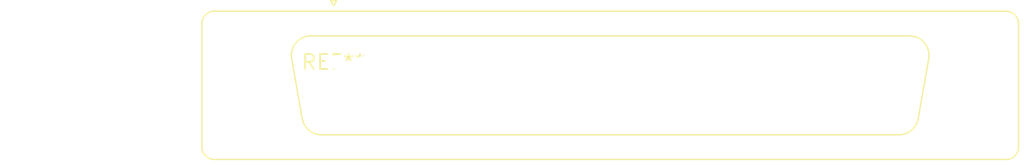
<source format=kicad_pcb>
(kicad_pcb (version 20240108) (generator pcbnew)
  (layers (0 "F.Cu" signal) (31 "B.Cu" signal) (34 "B.Paste" user) (35 "F.Paste" user) (36 "B.SilkS" user "B.Silkscreen") (37 "F.SilkS" user "F.Silkscreen") (38 "B.Mask" user) (39 "F.Mask" user) (44 "Edge.Cuts" user))
  (net 0 "")
  (footprint "DSUB-62-HD_Male_Vertical_P2.41x1.98mm_MountingHoles" (layer "F.Cu") (at 0 0)
    (property "Reference" "REF**")
    (property "Value" "DSUB-62-HD_Male_Vertical_P2.41x1.98mm_MountingHoles")
    (fp_line (start -11.215 7.23) (end -11.215 -3.27) (layer "F.SilkS") (stroke (width 0.12)))
    (fp_line (start -10.155 -4.33) (end 57.245 -4.33) (layer "F.SilkS") (stroke (width 0.12)))
    (fp_line (start -3.57147 -0.281744) (end -2.672202 4.818256) (layer "F.SilkS") (stroke (width 0.12)))
    (fp_line (start -1.936689 -2.23) (end 49.026689 -2.23) (layer "F.SilkS") (stroke (width 0.12)))
    (fp_line (start -1.037421 6.19) (end 48.127421 6.19) (layer "F.SilkS") (stroke (width 0.12)))
    (fp_line (start -0.25 -5.224338) (end 0.25 -5.224338) (layer "F.SilkS") (stroke (width 0.12)))
    (fp_line (start 0 -4.791325) (end -0.25 -5.224338) (layer "F.SilkS") (stroke (width 0.12)))
    (fp_line (start 0.25 -5.224338) (end 0 -4.791325) (layer "F.SilkS") (stroke (width 0.12)))
    (fp_line (start 50.66147 -0.281744) (end 49.762202 4.818256) (layer "F.SilkS") (stroke (width 0.12)))
    (fp_line (start 57.245 8.29) (end -10.155 8.29) (layer "F.SilkS") (stroke (width 0.12)))
    (fp_line (start 58.305 -3.27) (end 58.305 7.23) (layer "F.SilkS") (stroke (width 0.12)))
    (fp_arc (start -11.215 -3.27) (mid -10.904533 -4.019533) (end -10.155 -4.33) (layer "F.SilkS") (stroke (width 0.12)))
    (fp_arc (start -10.155 8.29) (mid -10.904533 7.979533) (end -11.215 7.23) (layer "F.SilkS") (stroke (width 0.12)))
    (fp_arc (start -3.57147 -0.281744) (mid -3.208323 -1.637028) (end -1.936689 -2.23) (layer "F.SilkS") (stroke (width 0.12)))
    (fp_arc (start -1.037421 6.19) (mid -2.104448 5.801634) (end -2.672202 4.818256) (layer "F.SilkS") (stroke (width 0.12)))
    (fp_arc (start 49.026689 -2.23) (mid 50.298323 -1.637027) (end 50.66147 -0.281744) (layer "F.SilkS") (stroke (width 0.12)))
    (fp_arc (start 49.762202 4.818256) (mid 49.194449 5.801634) (end 48.127421 6.19) (layer "F.SilkS") (stroke (width 0.12)))
    (fp_arc (start 57.245 -4.33) (mid 57.994533 -4.019533) (end 58.305 -3.27) (layer "F.SilkS") (stroke (width 0.12)))
    (fp_arc (start 58.305 7.23) (mid 57.994533 7.979533) (end 57.245 8.29) (layer "F.SilkS") (stroke (width 0.12)))
    (pad "0" thru_hole circle (at -8.205 1.98) (size 4 4) (drill 3.2) (layers *.Cu *.Mask) (remove_unused_layers))
    (pad "0" thru_hole circle (at 55.295 1.98) (size 4 4) (drill 3.2) (layers *.Cu *.Mask) (remove_unused_layers))
    (pad "1" thru_hole rect (at 0 0) (size 1.6 1.6) (drill 1) (layers *.Cu *.Mask) (remove_unused_layers))
    (pad "2" thru_hole circle (at 2.41 0) (size 1.6 1.6) (drill 1) (layers *.Cu *.Mask) (remove_unused_layers))
    (pad "3" thru_hole circle (at 4.82 0) (size 1.6 1.6) (drill 1) (layers *.Cu *.Mask) (remove_unused_layers))
    (pad "4" thru_hole circle (at 7.23 0) (size 1.6 1.6) (drill 1) (layers *.Cu *.Mask) (remove_unused_layers))
    (pad "5" thru_hole circle (at 9.64 0) (size 1.6 1.6) (drill 1) (layers *.Cu *.Mask) (remove_unused_layers))
    (pad "6" thru_hole circle (at 12.05 0) (size 1.6 1.6) (drill 1) (layers *.Cu *.Mask) (remove_unused_layers))
    (pad "7" thru_hole circle (at 14.46 0) (size 1.6 1.6) (drill 1) (layers *.Cu *.Mask) (remove_unused_layers))
    (pad "8" thru_hole circle (at 16.87 0) (size 1.6 1.6) (drill 1) (layers *.Cu *.Mask) (remove_unused_layers))
    (pad "9" thru_hole circle (at 19.28 0) (size 1.6 1.6) (drill 1) (layers *.Cu *.Mask) (remove_unused_layers))
    (pad "10" thru_hole circle (at 21.69 0) (size 1.6 1.6) (drill 1) (layers *.Cu *.Mask) (remove_unused_layers))
    (pad "11" thru_hole circle (at 24.1 0) (size 1.6 1.6) (drill 1) (layers *.Cu *.Mask) (remove_unused_layers))
    (pad "12" thru_hole circle (at 26.51 0) (size 1.6 1.6) (drill 1) (layers *.Cu *.Mask) (remove_unused_layers))
    (pad "13" thru_hole circle (at 28.92 0) (size 1.6 1.6) (drill 1) (layers *.Cu *.Mask) (remove_unused_layers))
    (pad "14" thru_hole circle (at 31.33 0) (size 1.6 1.6) (drill 1) (layers *.Cu *.Mask) (remove_unused_layers))
    (pad "15" thru_hole circle (at 33.74 0) (size 1.6 1.6) (drill 1) (layers *.Cu *.Mask) (remove_unused_layers))
    (pad "16" thru_hole circle (at 36.15 0) (size 1.6 1.6) (drill 1) (layers *.Cu *.Mask) (remove_unused_layers))
    (pad "17" thru_hole circle (at 38.56 0) (size 1.6 1.6) (drill 1) (layers *.Cu *.Mask) (remove_unused_layers))
    (pad "18" thru_hole circle (at 40.97 0) (size 1.6 1.6) (drill 1) (layers *.Cu *.Mask) (remove_unused_layers))
    (pad "19" thru_hole circle (at 43.38 0) (size 1.6 1.6) (drill 1) (layers *.Cu *.Mask) (remove_unused_layers))
    (pad "20" thru_hole circle (at 45.79 0) (size 1.6 1.6) (drill 1) (layers *.Cu *.Mask) (remove_unused_layers))
    (pad "21" thru_hole circle (at 48.2 0) (size 1.6 1.6) (drill 1) (layers *.Cu *.Mask) (remove_unused_layers))
    (pad "22" thru_hole circle (at -1.205 1.98) (size 1.6 1.6) (drill 1) (layers *.Cu *.Mask) (remove_unused_layers))
    (pad "23" thru_hole circle (at 1.205 1.98) (size 1.6 1.6) (drill 1) (layers *.Cu *.Mask) (remove_unused_layers))
    (pad "24" thru_hole circle (at 3.615 1.98) (size 1.6 1.6) (drill 1) (layers *.Cu *.Mask) (remove_unused_layers))
    (pad "25" thru_hole circle (at 6.025 1.98) (size 1.6 1.6) (drill 1) (layers *.Cu *.Mask) (remove_unused_layers))
    (pad "26" thru_hole circle (at 8.435 1.98) (size 1.6 1.6) (drill 1) (layers *.Cu *.Mask) (remove_unused_layers))
    (pad "27" thru_hole circle (at 10.845 1.98) (size 1.6 1.6) (drill 1) (layers *.Cu *.Mask) (remove_unused_layers))
    (pad "28" thru_hole circle (at 13.255 1.98) (size 1.6 1.6) (drill 1) (layers *.Cu *.Mask) (remove_unused_layers))
    (pad "29" thru_hole circle (at 15.665 1.98) (size 1.6 1.6) (drill 1) (layers *.Cu *.Mask) (remove_unused_layers))
    (pad "30" thru_hole circle (at 18.075 1.98) (size 1.6 1.6) (drill 1) (layers *.Cu *.Mask) (remove_unused_layers))
    (pad "31" thru_hole circle (at 20.485 1.98) (size 1.6 1.6) (drill 1) (layers *.Cu *.Mask) (remove_unused_layers))
    (pad "32" thru_hole circle (at 22.895 1.98) (size 1.6 1.6) (drill 1) (layers *.Cu *.Mask) (remove_unused_layers))
    (pad "33" thru_hole circle (at 25.305 1.98) (size 1.6 1.6) (drill 1) (layers *.Cu *.Mask) (remove_unused_layers))
    (pad "34" thru_hole circle (at 27.715 1.98) (size 1.6 1.6) (drill 1) (layers *.Cu *.Mask) (remove_unused_layers))
    (pad "35" thru_hole circle (at 30.125 1.98) (size 1.6 1.6) (drill 1) (layers *.Cu *.Mask) (remove_unused_layers))
    (pad "36" thru_hole circle (at 32.535 1.98) (size 1.6 1.6) (drill 1) (layers *.Cu *.Mask) (remove_unused_layers))
    (pad "37" thru_hole circle (at 34.945 1.98) (size 1.6 1.6) (drill 1) (layers *.Cu *.Mask) (remove_unused_layers))
    (pad "38" thru_hole circle (at 37.355 1.98) (size 1.6 1.6) (drill 1) (layers *.Cu *.Mask) (remove_unused_layers))
    (pad "39" thru_hole circle (at 39.765 1.98) (size 1.6 1.6) (drill 1) (layers *.Cu *.Mask) (remove_unused_layers))
    (pad "40" thru_hole circle (at 42.175 1.98) (size 1.6 1.6) (drill 1) (layers *.Cu *.Mask) (remove_unused_layers))
    (pad "41" thru_hole circle (at 44.585 1.98) (size 1.6 1.6) (drill 1) (layers *.Cu *.Mask) (remove_unused_layers))
    (pad "42" thru_hole circle (at 46.995 1.98) (size 1.6 1.6) (drill 1) (layers *.Cu *.Mask) (remove_unused_layers))
    (pad "43" thru_hole circle (at 0 3.96) (size 1.6 1.6) (drill 1) (layers *.Cu *.Mask) (remove_unused_layers))
    (pad "44" thru_hole circle (at 2.41 3.96) (size 1.6 1.6) (drill 1) (layers *.Cu *.Mask) (remove_unused_layers))
    (pad "45" thru_hole circle (at 4.82 3.96) (size 1.6 1.6) (drill 1) (layers *.Cu *.Mask) (remove_unused_layers))
    (pad "46" thru_hole circle (at 7.23 3.96) (size 1.6 1.6) (drill 1) (layers *.Cu *.Mask) (remove_unused_layers))
    (pad "47" thru_hole circle (at 9.64 3.96) (size 1.6 1.6) (drill 1) (layers *.Cu *.Mask) (remove_unused_layers))
    (pad "48" thru_hole circle (at 12.05 3.96) (size 1.6 1.6) (drill 1) (layers *.Cu *.Mask) (remove_unused_layers))
    (pad "49" thru_hole circle (at 14.46 3.96) (size 1.6 1.6) (drill 1) (layers *.Cu *.Mask) (remove_unused_layers))
    (pad "50" thru_hole circle (at 16.87 3.96) (size 1.6 1.6) (drill 1) (layers *.Cu *.Mask) (remove_unused_layers))
    (pad "51" thru_hole circle (at 19.28 3.96) (size 1.6 1.6) (drill 1) (layers *.Cu *.Mask) (remove_unused_layers))
    (pad "52" thru_hole circle (at 21.69 3.96) (size 1.6 1.6) (drill 1) (layers *.Cu *.Mask) (remove_unused_layers))
    (pad "53" thru_hole circle (at 24.1 3.96) (size 1.6 1.6) (drill 1) (layers *.Cu *.Mask) (remove_unused_layers))
    (pad "54" thru_hole circle (at 26.51 3.96) (size 1.6 1.6) (drill 1) (layers *.Cu *.Mask) (remove_unused_layers))
    (pad "55" thru_hole circle (at 28.92 3.96) (size 1.6 1.6) (drill 1) (layers *.Cu *.Mask) (remove_unused_layers))
    (pad "56" thru_hole circle (at 31.33 3.96) (size 1.6 1.6) (drill 1) (layers *.Cu *.Mask) (remove_unused_layers))
    (pad "57" thru_hole circle (at 33.74 3.96) (size 1.6 1.6) (drill 1) (layers *.Cu *.Mask) (remove_unused_layers))
    (pad "58" thru_hole circle (at 36.15 3.96) (size 1.6 1.6) (drill 1) (layers *.Cu *.Mask) (remove_unused_layers))
    (pad "59" thru_hole circle (at 38.56 3.96) (size 1.6 1.6) (drill 1) (layers *.Cu *.Mask) (remove_unused_layers))
    (pad "60" thru_hole circle (at 40.97 3.96) (size 1.6 1.6) (drill 1) (layers *.Cu *.Mask) (remove_unused_layers))
    (pad "61" thru_hole circle (at 43.38 3.96) (size 1.6 1.6) (drill 1) (layers *.Cu *.Mask) (remove_unused_layers))
    (pad "62" thru_hole circle (at 45.79 3.96) (size 1.6 1.6) (drill 1) (layers *.Cu *.Mask) (remove_unused_layers))
  )
)
</source>
